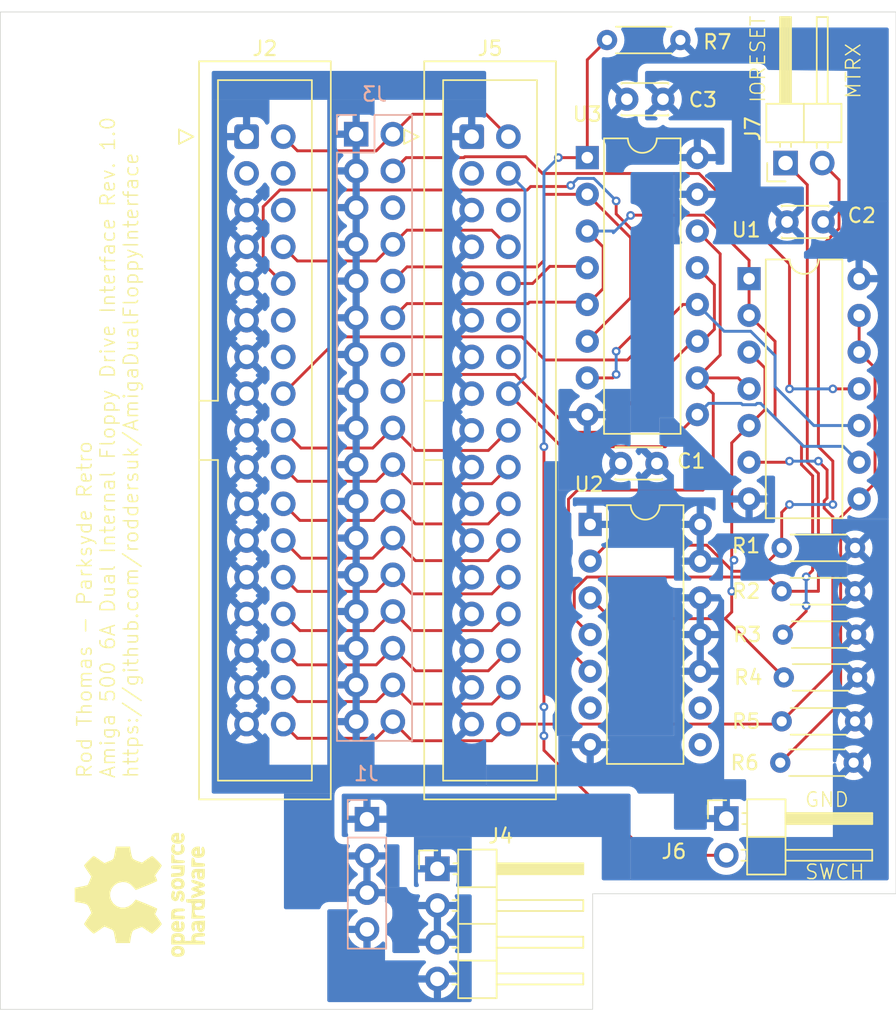
<source format=kicad_pcb>
(kicad_pcb (version 20240108) (generator "pcbnew") (generator_version "8.0")
  (title_block (title "${Title}") (date "2024-08-22") (rev "${Revision}") (company "${Company}") (comment 1 "${Name}") (comment 2 "${Github}"))
  (layers (0 "F.Cu" signal) (31 "B.Cu" signal) (34 "B.Paste" user) (35 "F.Paste" user) (36 "B.SilkS" user "B.Silkscreen") (37 "F.SilkS" user "F.Silkscreen") (38 "B.Mask" user) (39 "F.Mask" user) (44 "Edge.Cuts" user))
  (property "Company" "Parksyde Retro")
  (property "Github" "https://github.com/roddersuk/AmigaDualFloppyInterface")
  (property "Name" "Rod Thomas")
  (property "Revision" "1.0")
  (property "Title" "Amiga 500 6A Dual Internal Floppy Drive Interface")
  (net 0 "")
  (net 1 "GND")
  (net 2 "VCC")
  (net 3 "/+12V")
  (net 4 "~{SELB}")
  (net 5 "Net-(J2-Pin_32)")
  (net 6 "/~{MTRX}")
  (net 7 "~{RDY}")
  (net 8 "Net-(U2A-C)")
  (net 9 "Net-(J2-Pin_22)")
  (net 14 "Net-(J2-Pin_2)")
  (net 15 "Net-(J2-Pin_18)")
  (net 16 "Net-(J2-Pin_28)")
  (net 20 "Net-(J2-Pin_24)")
  (net 21 "Net-(J2-Pin_20)")
  (net 22 "Net-(J2-Pin_26)")
  (net 23 "~{MTRB}")
  (net 24 "Net-(J2-Pin_8)")
  (net 25 "Net-(J2-Pin_30)")
  (net 28 "~{SEL1}")
  (net 29 "~{SEL0}")
  (net 30 "~{INUSE}")
  (net 32 "~{MTR0}")
  (net 33 "~{MTRA}")
  (net 35 "~{SELA}")
  (net 39 "/SWCH")
  (net 40 "/~{IORESET}")
  (net 41 "Net-(R6-Pad2)")
  (net 42 "/~{MTR1}")
  (footprint "Resistor_THT:R_Axial_DIN0204_L3.6mm_D1.6mm_P5.08mm_Horizontal" (layer "F.Cu") (at 109.54 104 180)
    (property "Reference" "R1")
    (property "Value" "1k")
  )
  (footprint "MyFootprints:OSHW_logo" (layer "F.Cu") (at 60 128 90)
    (property "Reference" "OSHW" (hide yes))
    (property "Value" "LOGO" (hide yes))
  )
  (footprint "Capacitor_THT:C_Disc_D3.0mm_W2.0mm_P2.50mm" (layer "F.Cu") (at 95.82 98.155 180)
    (property "Reference" "C1")
    (property "Value" "100nF")
  )
  (footprint "Resistor_THT:R_Axial_DIN0204_L3.6mm_D1.6mm_P5.08mm_Horizontal" (layer "F.Cu") (at 109.54 107 180)
    (property "Reference" "R2")
    (property "Value" "1k")
  )
  (footprint "Capacitor_THT:C_Disc_D3.0mm_W2.0mm_P2.50mm" (layer "F.Cu") (at 93.740341 72.960682)
    (property "Reference" "C3")
    (property "Value" "100nF")
  )
  (footprint "Resistor_THT:R_Axial_DIN0204_L3.6mm_D1.6mm_P5.08mm_Horizontal" (layer "F.Cu") (at 109.440833 118.859662 180)
    (property "Reference" "R6")
    (property "Value" "1k")
  )
  (footprint "Capacitor_THT:C_Disc_D3.0mm_W2.0mm_P2.50mm" (layer "F.Cu") (at 107.33 81.45 180)
    (property "Reference" "C2")
    (property "Value" "100nF")
  )
  (footprint "Resistor_THT:R_Axial_DIN0204_L3.6mm_D1.6mm_P5.08mm_Horizontal" (layer "F.Cu") (at 97.447645 68.864709 180)
    (property "Reference" "R7")
    (property "Value" "1k")
  )
  (footprint "Package_DIP:DIP-16_W7.62mm" (layer "F.Cu") (at 91 77)
    (property "Reference" "U3")
    (property "Value" "74LS157")
  )
  (footprint "Connector_IDC:IDC-Header_2x17_P2.54mm_Vertical" (layer "F.Cu") (at 83 75.55)
    (property "Reference" "J5")
    (property "Value" "Floppy A")
  )
  (footprint "Package_DIP:DIP-14_W7.62mm" (layer "F.Cu") (at 102.2 85.375)
    (property "Reference" "U1")
    (property "Value" "74LS38")
  )
  (footprint "Resistor_THT:R_Axial_DIN0204_L3.6mm_D1.6mm_P5.08mm_Horizontal" (layer "F.Cu") (at 109.54 116 180)
    (property "Reference" "R5")
    (property "Value" "12k")
  )
  (footprint "Connector_PinHeader_2.54mm:PinHeader_1x02_P2.54mm_Horizontal" (layer "F.Cu") (at 104.725 77.375 90)
    (property "Reference" "J7")
    (property "Value" "Conn_01x02_Pin")
  )
  (footprint "Resistor_THT:R_Axial_DIN0204_L3.6mm_D1.6mm_P5.08mm_Horizontal" (layer "F.Cu") (at 109.62 110 180)
    (property "Reference" "R3")
    (property "Value" "1k")
  )
  (footprint "Package_DIP:DIP-14_W7.62mm" (layer "F.Cu") (at 91.2 102.375)
    (property "Reference" "U2")
    (property "Value" "74LS74")
  )
  (footprint "Connector_PinHeader_2.54mm:PinHeader_1x02_P2.54mm_Horizontal" (layer "F.Cu") (at 100.625 122.725)
    (property "Reference" "J6")
    (property "Value" "Conn_01x02_Pin")
  )
  (footprint "Connector_IDC:IDC-Header_2x17_P2.54mm_Vertical" (layer "F.Cu") (at 67.415 75.55)
    (property "Reference" "J2")
    (property "Value" "Floppy B")
  )
  (footprint "Connector_PinHeader_2.54mm:PinHeader_1x04_P2.54mm_Horizontal" (layer "F.Cu") (at 80.625 126.2)
    (property "Reference" "J4")
    (property "Value" "Floppy Power Out")
  )
  (footprint "Resistor_THT:R_Axial_DIN0204_L3.6mm_D1.6mm_P5.08mm_Horizontal" (layer "F.Cu") (at 109.685004 112.958867 180)
    (property "Reference" "R4")
    (property "Value" "1k")
  )
  (footprint "Connector_PinSocket_2.54mm:PinSocket_2x17_P2.54mm_Vertical" (layer "B.Cu") (at 75 75.38 180)
    (property "Reference" "J3")
    (property "Value" "Motherboard")
  )
  (footprint "Connector_PinSocket_2.54mm:PinSocket_1x04_P2.54mm_Vertical" (layer "B.Cu") (at 75.75 122.77 180)
    (property "Reference" "J1")
    (property "Value" "Floppy Power In")
  )
  (gr_poly (pts (xy 50.37 135.925) (xy 91.37 135.925) (xy 91.37 127.925) (xy 112.37 127.925) (xy 112.37 66.925) (xy 50.37 66.925)) (stroke (width 0.05)) (fill none) (layer "Edge.Cuts"))
  (gr_text "SWCH" (at 106 127 0) (layer "F.SilkS") (effects (font (size 1 1) (thickness 0.1)) (justify left bottom)))
  (gr_text "${Name} - ${Company}\n${Title} Rev. ${Revision}\n${Github}" (at 60 120 90) (layer "F.SilkS") (effects (font (size 1 1) (thickness 0.1)) (justify left bottom)))
  (gr_text "IORESET" (at 103.395 73.275 90) (layer "F.SilkS") (effects (font (size 1 1) (thickness 0.1)) (justify left bottom)))
  (gr_text "MTRX" (at 110 73 90) (layer "F.SilkS") (effects (font (size 1 1) (thickness 0.1)) (justify left bottom)))
  (gr_text "GND" (at 106 122 0) (layer "F.SilkS") (effects (font (size 1 1) (thickness 0.1)) (justify left bottom)))
  (segment (start 94.4 89) (end 93 90.4) (width 0.2) (layer "F.Cu") (net 4))
  (segment (start 86.84 79.24) (end 87.08 79) (width 0.2) (layer "F.Cu") (net 4))
  (segment (start 69.718654 79.24) (end 86.84 79.24) (width 0.2) (layer "F.Cu") (net 4))
  (segment (start 89.933816 79) (end 89.856121 78.922305) (width 0.2) (layer "F.Cu") (net 4))
  (segment (start 68.565 84.32) (end 68.565 80.393654) (width 0.2) (layer "F.Cu") (net 4))
  (segment (start 68.565 80.393654) (end 69.718654 79.24) (width 0.2) (layer "F.Cu") (net 4))
  (segment (start 93 92) (end 92.76 92.24) (width 0.2) (layer "F.Cu") (net 4))
  (segment (start 90 79) (end 89.933816 79) (width 0.2) (layer "F.Cu") (net 4))
  (segment (start 69.955 85.71) (end 68.565 84.32) (width 0.2) (layer "F.Cu") (net 4))
  (segment (start 93 80.895635) (end 94.4 82.295635) (width 0.2) (layer "F.Cu") (net 4))
  (segment (start 87.08 79) (end 90 79) (width 0.2) (layer "F.Cu") (net 4))
  (segment (start 93 80) (end 93 80.895635) (width 0.2) (layer "F.Cu") (net 4))
  (segment (start 92.76 92.24) (end 91 92.24) (width 0.2) (layer "F.Cu") (net 4))
  (segment (start 94.4 82.295635) (end 94.4 89) (width 0.2) (layer "F.Cu") (net 4))
  (via (at 93 90.4) (size 0.6) (drill 0.3) (layers "F.Cu" "B.Cu") (net 4))
  (via (at 93 80) (size 0.6) (drill 0.3) (layers "F.Cu" "B.Cu") (net 4))
  (via (at 93 92) (size 0.6) (drill 0.3) (layers "F.Cu" "B.Cu") (net 4))
  (via (at 89.856121 78.922305) (size 0.6) (drill 0.3) (layers "F.Cu" "B.Cu") (net 4))
  (segment (start 93 90.4) (end 93 92) (width 0.2) (layer "B.Cu") (net 4))
  (segment (start 93 79.984365) (end 93 80) (width 0.2) (layer "B.Cu") (net 4))
  (segment (start 90.338426 78.44) (end 91.455635 78.44) (width 0.2) (layer "B.Cu") (net 4))
  (segment (start 91.455635 78.44) (end 93 79.984365) (width 0.2) (layer "B.Cu") (net 4))
  (segment (start 89.856121 78.922305) (end 90.338426 78.44) (width 0.2) (layer "B.Cu") (net 4))
  (segment (start 70.935 114.63) (end 76.39 114.63) (width 0.2) (layer "F.Cu") (net 5))
  (segment (start 76.39 114.63) (end 77.54 113.48) (width 0.2) (layer "F.Cu") (net 5))
  (segment (start 78.86 114.8) (end 84.39 114.8) (width 0.2) (layer "F.Cu") (net 5))
  (segment (start 77.54 113.48) (end 78.86 114.8) (width 0.2) (layer "F.Cu") (net 5))
  (segment (start 69.955 113.65) (end 70.935 114.63) (width 0.2) (layer "F.Cu") (net 5))
  (segment (start 84.39 114.8) (end 85.54 113.65) (width 0.2) (layer "F.Cu") (net 5))
  (segment (start 104.46 101.54) (end 104.46 104) (width 0.2) (layer "F.Cu") (net 6))
  (segment (start 91.2 104.915) (end 92.3 103.815) (width 0.2) (layer "F.Cu") (net 6))
  (segment (start 107 83.335635) (end 108.43 81.905635) (width 0.2) (layer "F.Cu") (net 6))
  (segment (start 102.845 105.615) (end 104.46 104) (width 0.2) (layer "F.Cu") (net 6))
  (segment (start 108.43 81.905635) (end 108.43 78.54) (width 0.2) (layer "F.Cu") (net 6))
  (segment (start 101.075635 105.615) (end 102.845 105.615) (width 0.2) (layer "F.Cu") (net 6))
  (segment (start 92.3 103.815) (end 99.275635 103.815) (width 0.2) (layer "F.Cu") (net 6))
  (segment (start 107 97) (end 107 83.335635) (width 0.2) (layer "F.Cu") (net 6))
  (segment (start 108 98) (end 107 97) (width 0.2) (layer "F.Cu") (net 6))
  (segment (start 99.275635 103.815) (end 101.075635 105.615) (width 0.2) (layer "F.Cu") (net 6))
  (segment (start 108 101) (end 108 98) (width 0.2) (layer "F.Cu") (net 6))
  (segment (start 105 101) (end 104.46 101.54) (width 0.2) (layer "F.Cu") (net 6))
  (segment (start 108.43 78.54) (end 107.265 77.375) (width 0.2) (layer "F.Cu") (net 6))
  (via (at 108 101) (size 0.6) (drill 0.3) (layers "F.Cu" "B.Cu") (net 6))
  (via (at 105 101) (size 0.6) (drill 0.3) (layers "F.Cu" "B.Cu") (net 6))
  (segment (start 105 101) (end 108 101) (width 0.2) (layer "B.Cu") (net 6))
  (segment (start 105 98) (end 104.925 98.075) (width 0.2) (layer "F.Cu") (net 7))
  (segment (start 108 112.46) (end 104.46 116) (width 0.2) (layer "F.Cu") (net 7))
  (segment (start 104.46 116) (end 104 116) (width 0.2) (layer "F.Cu") (net 7))
  (segment (start 69.955 116.19) (end 70.935 117.17) (width 0.2) (layer "F.Cu") (net 7))
  (segment (start 84.39 117.34) (end 85.54 116.19) (width 0.2) (layer "F.Cu") (net 7))
  (segment (start 76.39 117.17) (end 77.54 116.02) (width 0.2) (layer "F.Cu") (net 7))
  (segment (start 77.54 116.02) (end 78.86 117.34) (width 0.2) (layer "F.Cu") (net 7))
  (segment (start 107.4 100.751471) (end 107.4 101.248529) (width 0.2) (layer "F.Cu") (net 7))
  (segment (start 107.4 101.248529) (end 108 101.848529) (width 0.2) (layer "F.Cu") (net 7))
  (segment (start 107.6 98.6) (end 107.6 100.551471) (width 0.2) (layer "F.Cu") (net 7))
  (segment (start 104.925 98.075) (end 102.2 98.075) (width 0.2) (layer "F.Cu") (net 7))
  (segment (start 108 101.848529) (end 108 112.46) (width 0.2) (layer "F.Cu") (net 7))
  (segment (start 70.935 117.17) (end 76.39 117.17) (width 0.2) (layer "F.Cu") (net 7))
  (segment (start 107 98) (end 107.6 98.6) (width 0.2) (layer "F.Cu") (net 7))
  (segment (start 104.27 116.19) (end 85.54 116.19) (width 0.2) (layer "F.Cu") (net 7))
  (segment (start 78.86 117.34) (end 84.39 117.34) (width 0.2) (layer "F.Cu") (net 7))
  (segment (start 107.6 100.551471) (end 107.4 100.751471) (width 0.2) (layer "F.Cu") (net 7))
  (segment (start 104.46 116) (end 104.27 116.19) (width 0.2) (layer "F.Cu") (net 7))
  (via (at 107 98) (size 0.6) (drill 0.3) (layers "F.Cu" "B.Cu") (net 7))
  (via (at 105 98) (size 0.6) (drill 0.3) (layers "F.Cu" "B.Cu") (net 7))
  (segment (start 105 98) (end 107 98) (width 0.2) (layer "B.Cu") (net 7))
  (segment (start 102.2 90.455) (end 103.3 91.555) (width 0.2) (layer "F.Cu") (net 8))
  (segment (start 101 104.690836) (end 101 96.735) (width 0.2) (layer "F.Cu") (net 8))
  (segment (start 101.154582 104.845418) (end 101 104.690836) (width 0.2) (layer "F.Cu") (net 8))
  (segment (start 101 107) (end 101 108.436137) (width 0.2) (layer "F.Cu") (net 8))
  (segment (start 91.2 107.455) (end 92.64 108.895) (width 0.2) (layer "F.Cu") (net 8))
  (segment (start 103.3 94.435) (end 102.2 95.535) (width 0.2) (layer "F.Cu") (net 8))
  (segment (start 101 96.735) (end 102.2 95.535) (width 0.2) (layer "F.Cu") (net 8))
  (segment (start 101 108.436137) (end 100.541137 108.895) (width 0.2) (layer "F.Cu") (net 8))
  (segment (start 103.3 91.555) (end 103.3 94.435) (width 0.2) (layer "F.Cu") (net 8))
  (segment (start 100.541137 108.895) (end 104.605004 112.958867) (width 0.2) (layer "F.Cu") (net 8))
  (segment (start 92.64 108.895) (end 100.541137 108.895) (width 0.2) (layer "F.Cu") (net 8))
  (via (at 101.154582 104.845418) (size 0.6) (drill 0.3) (layers "F.Cu" "B.Cu") (net 8))
  (via (at 101 107) (size 0.6) (drill 0.3) (layers "F.Cu" "B.Cu") (net 8))
  (segment (start 101 105) (end 101 107) (width 0.2) (layer "B.Cu") (net 8))
  (segment (start 101.154582 104.845418) (end 101 105) (width 0.2) (layer "B.Cu") (net 8))
  (segment (start 79.1 102.34) (end 84.15 102.34) (width 0.2) (layer "F.Cu") (net 9))
  (segment (start 84.15 102.34) (end 85.54 100.95) (width 0.2) (layer "F.Cu") (net 9))
  (segment (start 71.105 102.1) (end 76.22 102.1) (width 0.2) (layer "F.Cu") (net 9))
  (segment (start 69.955 100.95) (end 71.105 102.1) (width 0.2) (layer "F.Cu") (net 9))
  (segment (start 77.54 100.78) (end 79.1 102.34) (width 0.2) (layer "F.Cu") (net 9))
  (segment (start 76.22 102.1) (end 77.54 100.78) (width 0.2) (layer "F.Cu") (net 9))
  (segment (start 78.92 74) (end 83.99 74) (width 0.2) (layer "F.Cu") (net 14))
  (segment (start 83.99 74) (end 85.54 75.55) (width 0.2) (layer "F.Cu") (net 14))
  (segment (start 70.935 76.53) (end 76.39 76.53) (width 0.2) (layer "F.Cu") (net 14))
  (segment (start 76.39 76.53) (end 77.54 75.38) (width 0.2) (layer "F.Cu") (net 14))
  (segment (start 77.54 75.38) (end 78.92 74) (width 0.2) (layer "F.Cu") (net 14))
  (segment (start 69.955 75.55) (end 70.935 76.53) (width 0.2) (layer "F.Cu") (net 14))
  (segment (start 79.1 97.26) (end 84.15 97.26) (width 0.2) (layer "F.Cu") (net 15))
  (segment (start 76.15 97.09) (end 77.54 95.7) (width 0.2) (layer "F.Cu") (net 15))
  (segment (start 69.955 95.87) (end 71.175 97.09) (width 0.2) (layer "F.Cu") (net 15))
  (segment (start 77.54 95.7) (end 79.1 97.26) (width 0.2) (layer "F.Cu") (net 15))
  (segment (start 84.15 97.26) (end 85.54 95.87) (width 0.2) (layer "F.Cu") (net 15))
  (segment (start 71.175 97.09) (end 76.15 97.09) (width 0.2) (layer "F.Cu") (net 15))
  (segment (start 84.39 109.72) (end 85.54 108.57) (width 0.2) (layer "F.Cu") (net 16))
  (segment (start 71.105 109.72) (end 76.22 109.72) (width 0.2) (layer "F.Cu") (net 16))
  (segment (start 77.54 108.4) (end 78.86 109.72) (width 0.2) (layer "F.Cu") (net 16))
  (segment (start 69.955 108.57) (end 71.105 109.72) (width 0.2) (layer "F.Cu") (net 16))
  (segment (start 76.22 109.72) (end 77.54 108.4) (width 0.2) (layer "F.Cu") (net 16))
  (segment (start 78.86 109.72) (end 84.39 109.72) (width 0.2) (layer "F.Cu") (net 16))
  (segment (start 71.175 104.71) (end 76.15 104.71) (width 0.2) (layer "F.Cu") (net 20))
  (segment (start 69.955 103.49) (end 71.175 104.71) (width 0.2) (layer "F.Cu") (net 20))
  (segment (start 79.1 104.88) (end 84.15 104.88) (width 0.2) (layer "F.Cu") (net 20))
  (segment (start 84.15 104.88) (end 85.54 103.49) (width 0.2) (layer "F.Cu") (net 20))
  (segment (start 76.15 104.71) (end 77.54 103.32) (width 0.2) (layer "F.Cu") (net 20))
  (segment (start 77.54 103.32) (end 79.1 104.88) (width 0.2) (layer "F.Cu") (net 20))
  (segment (start 78.86 99.56) (end 84.39 99.56) (width 0.2) (layer "F.Cu") (net 21))
  (segment (start 84.39 99.56) (end 85.54 98.41) (width 0.2) (layer "F.Cu") (net 21))
  (segment (start 70.935 99.39) (end 76.39 99.39) (width 0.2) (layer "F.Cu") (net 21))
  (segment (start 69.955 98.41) (end 70.935 99.39) (width 0.2) (layer "F.Cu") (net 21))
  (segment (start 76.39 99.39) (end 77.54 98.24) (width 0.2) (layer "F.Cu") (net 21))
  (segment (start 77.54 98.24) (end 78.86 99.56) (width 0.2) (layer "F.Cu") (net 21))
  (segment (start 69.955 106.03) (end 70.935 107.01) (width 0.2) (layer "F.Cu") (net 22))
  (segment (start 78.86 107.18) (end 84.39 107.18) (width 0.2) (layer "F.Cu") (net 22))
  (segment (start 77.54 105.86) (end 78.86 107.18) (width 0.2) (layer "F.Cu") (net 22))
  (segment (start 84.39 107.18) (end 85.54 106.03) (width 0.2) (layer "F.Cu") (net 22))
  (segment (start 76.39 107.01) (end 77.54 105.86) (width 0.2) (layer "F.Cu") (net 22))
  (segment (start 70.935 107.01) (end 76.39 107.01) (width 0.2) (layer "F.Cu") (net 22))
  (segment (start 93.78 91) (end 97.62 87.16) (width 0.2) (layer "F.Cu") (net 23))
  (segment (start 69.955 93.33) (end 73.885 89.4) (width 0.2) (layer "F.Cu") (net 23))
  (segment (start 73.885 89.4) (end 86.463173 89.4) (width 0.2) (layer "F.Cu") (net 23))
  (segment (start 97.62 87.16) (end 98.62 87.16) (width 0.2) (layer "F.Cu") (net 23))
  (segment (start 88.063173 91) (end 93.78 91) (width 0.2) (layer "F.Cu") (net 23))
  (segment (start 86.463173 89.4) (end 88.063173 91) (width 0.2) (layer "F.Cu") (net 23))
  (segment (start 102.315635 89.015) (end 104 90.699365) (width 0.2) (layer "B.Cu") (net 23))
  (segment (start 104 92.848529) (end 106.686471 95.535) (width 0.2) (layer "B.Cu") (net 23))
  (segment (start 100.475 89.015) (end 102.315635 89.015) (width 0.2) (layer "B.Cu") (net 23))
  (segment (start 98.62 87.16) (end 100.475 89.015) (width 0.2) (layer "B.Cu") (net 23))
  (segment (start 104 90.699365) (end 104 92.848529) (width 0.2) (layer "B.Cu") (net 23))
  (segment (start 106.686471 95.535) (end 109.82 95.535) (width 0.2) (layer "B.Cu") (net 23))
  (segment (start 78.52 82.02) (end 84.39 82.02) (width 0.2) (layer "F.Cu") (net 24))
  (segment (start 69.955 83.17) (end 70.935 84.15) (width 0.2) (layer "F.Cu") (net 24))
  (segment (start 70.935 84.15) (end 76.39 84.15) (width 0.2) (layer "F.Cu") (net 24))
  (segment (start 76.39 84.15) (end 77.54 83) (width 0.2) (layer "F.Cu") (net 24))
  (segment (start 84.39 82.02) (end 85.54 83.17) (width 0.2) (layer "F.Cu") (net 24))
  (segment (start 77.54 83) (end 78.52 82.02) (width 0.2) (layer "F.Cu") (net 24))
  (segment (start 70.935 112.09) (end 76.39 112.09) (width 0.2) (layer "F.Cu") (net 25))
  (segment (start 79.1 112.5) (end 84.15 112.5) (width 0.2) (layer "F.Cu") (net 25))
  (segment (start 84.15 112.5) (end 85.54 111.11) (width 0.2) (layer "F.Cu") (net 25))
  (segment (start 77.54 110.94) (end 79.1 112.5) (width 0.2) (layer "F.Cu") (net 25))
  (segment (start 69.955 111.11) (end 70.935 112.09) (width 0.2) (layer "F.Cu") (net 25))
  (segment (start 76.39 112.09) (end 77.54 110.94) (width 0.2) (layer "F.Cu") (net 25))
  (segment (start 87 87) (end 90.84 87) (width 0.2) (layer "F.Cu") (net 28))
  (segment (start 106.6 105.554265) (end 106.6 99.014214) (width 0.2) (layer "F.Cu") (net 28))
  (segment (start 91 82.08) (end 92.1 83.18) (width 0.2) (layer "F.Cu") (net 28))
  (segment (start 92.1 83.18) (end 92.1 86.06) (width 0.2) (layer "F.Cu") (net 28))
  (segment (start 106.154265 108.385735) (end 104.54 110) (width 0.2) (layer "F.Cu") (net 28))
  (segment (start 78.52 87.1) (end 86.9 87.1) (width 0.2) (layer "F.Cu") (net 28))
  (segment (start 102.2 85.375) (end 102.2 87.915) (width 0.2) (layer "F.Cu") (net 28))
  (segment (start 77.54 88.08) (end 78.52 87.1) (width 0.2) (layer "F.Cu") (net 28))
  (segment (start 104 89.715) (end 102.2 87.915) (width 0.2) (layer "F.Cu") (net 28))
  (segment (start 106.154265 106) (end 106.6 105.554265) (width 0.2) (layer "F.Cu") (net 28))
  (segment (start 106.6 99.014214) (end 105.83 98.244214) (width 0.2) (layer "F.Cu") (net 28))
  (segment (start 94 81) (end 94.02 80.98) (width 0.2) (layer "F.Cu") (net 28))
  (segment (start 99.075635 80.98) (end 102.2 84.104365) (width 0.2) (layer "F.Cu") (net 28))
  (segment (start 102.2 84.104365) (end 102.2 85.375) (width 0.2) (layer "F.Cu") (net 28))
  (segment (start 94.02 80.98) (end 99.075635 80.98) (width 0.2) (layer "F.Cu") (net 28))
  (segment (start 104 95) (end 104 89.715) (width 0.2) (layer "F.Cu") (net 28))
  (segment (start 106.154265 108) (end 106.154265 108.385735) (width 0.2) (layer "F.Cu") (net 28))
  (segment (start 86.9 87.1) (end 87 87) (width 0.2) (layer "F.Cu") (net 28))
  (segment (start 105.83 96.83) (end 104 95) (width 0.2) (layer "F.Cu") (net 28))
  (segment (start 105.83 98.244214) (end 105.83 96.83) (width 0.2) (layer "F.Cu") (net 28))
  (segment (start 90.84 87) (end 91 87.16) (width 0.2) (layer "F.Cu") (net 28))
  (segment (start 92.1 86.06) (end 91 87.16) (width 0.2) (layer "F.Cu") (net 28))
  (via (at 94 81) (size 0.6) (drill 0.3) (layers "F.Cu" "B.Cu") (net 28))
  (via (at 106.154265 106) (size 0.6) (drill 0.3) (layers "F.Cu" "B.Cu") (net 28))
  (via (at 106.154265 108) (size 0.6) (drill 0.3) (layers "F.Cu" "B.Cu") (net 28))
  (segment (start 92.92 82.08) (end 91 82.08) (width 0.2) (layer "B.Cu") (net 28))
  (segment (start 94 81) (end 92.805735 82.194265) (width 0.2) (layer "B.Cu") (net 28))
  (segment (start 92.805735 82.194265) (end 92.92 82.08) (width 0.2) (layer "B.Cu") (net 28))
  (segment (start 106.154265 106) (end 106.154265 108) (width 0.2) (layer "B.Cu") (net 28))
  (segment (start 94 82.54) (end 94 86.7) (width 0.2) (layer "F.Cu") (net 29))
  (segment (start 91 79.54) (end 94 82.54) (width 0.2) (layer "F.Cu") (net 29))
  (segment (start 94 86.7) (end 91 89.7) (width 0.2) (layer "F.Cu") (net 29))
  (segment (start 77.54 85.54) (end 78.52 84.56) (width 0.2) (layer "F.Cu") (net 29))
  (segment (start 88 79.54) (end 91 79.54) (width 0.2) (layer "F.Cu") (net 29))
  (segment (start 87.56 84.56) (end 88 84.12) (width 0.2) (layer "F.Cu") (net 29))
  (segment (start 78.52 84.56) (end 87.56 84.56) (width 0.2) (layer "F.Cu") (net 29))
  (segment (start 88 84.12) (end 88 79.54) (width 0.2) (layer "F.Cu") (net 29))
  (segment (start 82.523654 76.94) (end 86.74 76.94) (width 0.2) (layer "F.Cu") (net 30))
  (segment (start 98.735635 78.1) (end 105 84.364365) (width 0.2) (layer "F.Cu") (net 30))
  (segment (start 109.815 93) (end 109.82 92.995) (width 0.2) (layer "F.Cu") (net 30))
  (segment (start 78.46 77) (end 82.463654 77) (width 0.2) (layer "F.Cu") (net 30))
  (segment (start 105 84.364365) (end 105 93) (width 0.2) (layer "F.Cu") (net 30))
  (segment (start 82.463654 77) (end 82.523654 76.94) (width 0.2) (layer "F.Cu") (net 30))
  (segment (start 86.74 76.94) (end 87.9 78.1) (width 0.2) (layer "F.Cu") (net 30))
  (segment (start 87.9 78.1) (end 98.735635 78.1) (width 0.2) (layer "F.Cu") (net 30))
  (segment (start 77.54 77.92) (end 78.46 77) (width 0.2) (layer "F.Cu") (net 30))
  (segment (start 108 93) (end 109.815 93) (width 0.2) (layer "F.Cu") (net 30))
  (via (at 108 93) (size 0.6) (drill 0.3) (layers "F.Cu" "B.Cu") (net 30))
  (via (at 105 93) (size 0.6) (drill 0.3) (layers "F.Cu" "B.Cu") (net 30))
  (segment (start 105 93) (end 108 93) (width 0.2) (layer "B.Cu") (net 30))
  (segment (start 89.9 95.9) (end 89.9 96) (width 0.2) (layer "F.Cu") (net 32))
  (segment (start 78.7 92) (end 86 92) (width 0.2) (layer "F.Cu") (net 32))
  (segment (start 77.54 93.16) (end 78.7 92) (width 0.2) (layer "F.Cu") (net 32))
  (segment (start 86 92) (end 89.9 95.9) (width 0.2) (layer "F.Cu") (net 32))
  (segment (start 89.9 96) (end 92 96) (width 0.2) (layer "F.Cu") (net 32))
  (segment (start 99.8 88.875) (end 98.975 89.7) (width 0.2) (layer "F.Cu") (net 32))
  (segment (start 92 96) (end 98.3 89.7) (width 0.2) (layer "F.Cu") (net 32))
  (segment (start 98.62 84.62) (end 99.8 85.8) (width 0.2) (layer "F.Cu") (net 32))
  (segment (start 98.975 89.7) (end 98.62 89.7) (width 0.2) (layer "F.Cu") (net 32))
  (segment (start 99.8 85.8) (end 99.8 88.875) (width 0.2) (layer "F.Cu") (net 32))
  (segment (start 98.3 89.7) (end 98.62 89.7) (width 0.2) (layer "F.Cu") (net 32))
  (segment (start 85.54 93.33) (end 89.21 97) (width 0.2) (layer "F.Cu") (net 33))
  (segment (start 96.4 97) (end 98.62 94.78) (width 0.2) (layer "F.Cu") (net 33))
  (segment (start 89.21 97) (end 96.4 97) (width 0.2) (layer "F.Cu") (net 33))
  (segment (start 101.649365 94) (end 101.744365 94.095) (width 0.2) (layer "B.Cu") (net 33))
  (segment (start 85.54 78.09) (end 86.69 79.24) (width 0.2) (layer "B.Cu") (net 33))
  (segment (start 103 94) (end 105.975 96.975) (width 0.2) (layer "B.Cu") (net 33))
  (segment (start 86.69 79.24) (end 86.69 92.18) (width 0.2) (layer "B.Cu") (net 33))
  (segment (start 101.744365 94.095) (end 102.655635 94.095) (width 0.2) (layer "B.Cu") (net 33))
  (segment (start 99.4 94) (end 101.649365 94) (width 0.2) (layer "B.Cu") (net 33))
  (segment (start 102.655635 94.095) (end 102.750635 94) (width 0.2) (layer "B.Cu") (net 33))
  (segment (start 98.62 94.78) (end 99.4 94) (width 0.2) (layer "B.Cu") (net 33))
  (segment (start 102.750635 94) (end 103 94) (width 0.2) (layer "B.Cu") (net 33))
  (segment (start 86.69 92.18) (end 85.54 93.33) (width 0.2) (layer "B.Cu") (net 33))
  (segment (start 105.975 96.975) (end 108.72 96.975) (width 0.2) (layer "B.Cu") (net 33))
  (segment (start 108.72 96.975) (end 109.82 98.075) (width 0.2) (layer "B.Cu") (net 33))
  (segment (start 88.4 84.526359) (end 90.906359 84.526359) (width 0.2) (layer "F.Cu") (net 35))
  (segment (start 85.54 85.71) (end 87.216359 85.71) (width 0.2) (layer "F.Cu") (net 35))
  (segment (start 87.216359 85.71) (end 88.4 84.526359) (width 0.2) (layer "F.Cu") (net 35))
  (segment (start 90.906359 84.526359) (end 91 84.62) (width 0.2) (layer "F.Cu") (net 35))
  (segment (start 88 118) (end 95.265 125.265) (width 0.2) (layer "F.Cu") (net 39))
  (segment (start 91 77) (end 91 70.232354) (width 0.2) (layer "F.Cu") (net 39))
  (segment (start 88 115) (end 88 97) (width 0.2) (layer "F.Cu") (net 39))
  (segment (start 91 70.232354) (end 92.367645 68.864709) (width 0.2) (layer "F.Cu") (net 39))
  (segment (start 95.265 125.265) (end 100.625 125.265) (width 0.2) (layer "F.Cu") (net 39))
  (segment (start 91 77) (end 89 77) (width 0.2) (layer "F.Cu") (net 39))
  (segment (start 88 117) (end 88 118) (width 0.2) (layer "F.Cu") (net 39))
  (via (at 89 77) (size 0.6) (drill 0.3) (layers "F.Cu" "B.Cu") (net 39))
  (via (at 88 117) (size 0.6) (drill 0.3) (layers "F.Cu" "B.Cu") (net 39))
  (via (at 88 115) (size 0.6) (drill 0.3) (layers "F.Cu" "B.Cu") (net 39))
  (via (at 88 97) (size 0.6) (drill 0.3) (layers "F.Cu" "B.Cu") (net 39))
  (segment (start 88 78) (end 89 77) (width 0.2) (layer "B.Cu") (net 39))
  (segment (start 88 97) (end 88 78) (width 0.2) (layer "B.Cu") (net 39))
  (segment (start 88 117) (end 88 115) (width 0.2) (layer "B.Cu") (net 39))
  (segment (start 106.23 98.078529) (end 106.23 78.88) (width 0.2) (layer "F.Cu") (net 40))
  (segment (start 107 107) (end 107 98.848529) (width 0.2) (layer "F.Cu") (net 40))
  (segment (start 103.475 106.015) (end 104.46 107) (width 0.2) (layer "F.Cu") (net 40))
  (segment (start 90.1 106.9) (end 90.985 106.015) (width 0.2) (layer "F.Cu") (net 40))
  (segment (start 107 98.848529) (end 106.23 98.078529) (width 0.2) (layer "F.Cu") (net 40))
  (segment (start 104.46 107) (end 107 107) (width 0.2) (layer "F.Cu") (net 40))
  (segment (start 90.985 106.015) (end 103.475 106.015) (width 0.2) (layer "F.Cu") (net 40))
  (segment (start 91.2 109.995) (end 90.1 108.895) (width 0.2) (layer "F.Cu") (net 40))
  (segment (start 106.23 78.88) (end 104.725 77.375) (width 0.2) (layer "F.Cu") (net 40))
  (segment (start 90.1 108.895) (end 90.1 106.9) (width 0.2) (layer "F.Cu") (net 40))
  (segment (start 104.360833 118.859662) (end 108.54 114.680495) (width 0.2) (layer "F.Cu") (net 41))
  (segment (start 110.92 91.555) (end 110.92 99.515) (width 0.2) (layer "F.Cu") (net 41))
  (segment (start 108.54 101.895) (end 109.82 100.615) (width 0.2) (layer "F.Cu") (net 41))
  (segment (start 108.54 114.680495) (end 108.54 101.895) (width 0.2) (layer "F.Cu") (net 41))
  (segment (start 110.92 99.515) (end 109.82 100.615) (width 0.2) (layer "F.Cu") (net 41))
  (segment (start 109.82 90.455) (end 110.92 91.555) (width 0.2) (layer "F.Cu") (net 41))
  (segment (start 109.82 87.915) (end 109.82 90.455) (width 0.2) (layer "F.Cu") (net 41))
  (segment (start 89.7 111.035) (end 91.2 112.535) (width 0.2) (layer "F.Cu") (net 42))
  (segment (start 90.327715 100) (end 89.7 100.627715) (width 0.2) (layer "F.Cu") (net 42))
  (segment (start 99 100) (end 90.327715 100) (width 0.2) (layer "F.Cu") (net 42))
  (segment (start 100.2 83.66) (end 100.2 90.66) (width 0.2) (layer "F.Cu") (net 42))
  (segment (start 101.445 92.24) (end 102.2 92.995) (width 0.2) (layer "F.Cu") (net 42))
  (segment (start 98.62 82.08) (end 100.2 83.66) (width 0.2) (layer "F.Cu") (net 42))
  (segment (start 98.62 92.24) (end 99.72 93.34) (width 0.2) (layer "F.Cu") (net 42))
  (segment (start 89.7 100.627715) (end 89.7 111.035) (width 0.2) (layer "F.Cu") (net 42))
  (segment (start 99.72 93.34) (end 99.72 99.28) (width 0.2) (layer "F.Cu") (net 42))
  (segment (start 100.2 90.66) (end 98.62 92.24) (width 0.2) (layer "F.Cu") (net 42))
  (segment (start 99.72 99.28) (end 99 100) (width 0.2) (layer "F.Cu") (net 42))
  (segment (start 98.62 92.24) (end 101.445 92.24) (width 0.2) (layer "F.Cu") (net 42))
  (zone (net 2) (net_name "VCC") (layer "B.Cu") (priority 14) (connect_pads (clearance 0.5)) (min_thickness 0.25) (fill yes (thermal_gap 0.5) (thermal_bridge_width 0.5))
    (polygon (pts (xy 74 121) (xy 74 124) (xy 92 124) (xy 92 127) (xy 94 127) (xy 94 121)))
  )
  (zone (net 2) (net_name "VCC") (layer "B.Cu") (priority 2) (connect_pads (clearance 0.5)) (min_thickness 0.25) (fill yes (thermal_gap 0.5) (thermal_bridge_width 0.5))
    (polygon (pts (xy 97 101) (xy 97 97) (xy 94 97) (xy 94 101)))
  )
  (zone (net 2) (net_name "VCC") (layer "B.Cu") (priority 6) (connect_pads (clearance 0.5)) (min_thickness 0.25) (fill yes (thermal_gap 0.5) (thermal_bridge_width 0.5))
    (polygon (pts (xy 90 100) (xy 100 100) (xy 100 103) (xy 109 103) (xy 109 106) (xy 104 106) (xy 103.475398 106.268494) (xy 97 106.268494) (xy 97 104) (xy 90 104)))
  )
  (zone (net 2) (net_name "VCC") (layer "B.Cu") (priority 16) (connect_pads (clearance 0.5)) (min_thickness 0.25) (fill yes (thermal_gap 0.5) (thermal_bridge_width 0.5))
    (polygon (pts (xy 79 124) (xy 79 127.463694) (xy 83 127.463694) (xy 83 124)))
  )
  (zone (net 1) (net_name "GND") (layer "B.Cu") (priority 11) (connect_pads (clearance 0.5)) (min_thickness 0.25) (fill yes (thermal_gap 0.5) (thermal_bridge_width 0.5))
    (polygon (pts (xy 104 102.276717) (xy 104 99) (xy 101 99) (xy 97 95) (xy 96 95) (xy 96 97) (xy 97.642217 97) (xy 97.642217 100) (xy 98 100) (xy 100.389139 100) (xy 100.389139 102.276717)))
  )
  (zone (net 1) (net_name "GND") (layer "B.Cu") (priority 15) (connect_pads (clearance 0.5)) (min_thickness 0.25) (fill yes (thermal_gap 0.5) (thermal_bridge_width 0.5))
    (polygon (pts (xy 77 132.536306) (xy 83 132.536306) (xy 83 127.463694) (xy 77 127.463694)))
  )
  (zone (net 1) (net_name "GND") (layer "B.Cu") (priority 9) (connect_pads (clearance 0.5)) (min_thickness 0.25) (fill yes (thermal_gap 0.5) (thermal_bridge_width 0.5))
    (polygon (pts (xy 97 96) (xy 94 96) (xy 94 78) (xy 97 78)))
  )
  (zone (net 2) (net_name "VCC") (layer "B.Cu") (priority 7) (connect_pads (clearance 0.5)) (min_thickness 0.25) (fill yes (thermal_gap 0.5) (thermal_bridge_width 0.5))
    (polygon (pts (xy 112 102) (xy 112 80) (xy 106 80) (xy 106 84) (xy 109 84) (xy 109 102)))
  )
  (zone (net 2) (net_name "VCC") (layer "B.Cu") (priority 4) (connect_pads (clearance 0.5)) (min_thickness 0.25) (fill yes (thermal_gap 0.5) (thermal_bridge_width 0.5))
    (polygon (pts (xy 94 124) (xy 108 124) (xy 108 102) (xy 112 102) (xy 112 122) (xy 112 127) (xy 94 127)))
  )
  (zone (net 2) (net_name "VCC") (layer "B.Cu") (priority 5) (connect_pads (clearance 0.5)) (min_thickness 0.25) (fill yes (thermal_gap 0.5) (thermal_bridge_width 0.5))
    (polygon (pts (xy 95.006316 74.707537) (xy 100.737661 74.749897) (xy 100.737372 78.262628) (xy 92 78) (xy 92 70) (xy 92 68) (xy 112 68) (xy 112 80) (xy 109 80) (xy 109 71) (xy 95.089836 70.839836)))
  )
  (zone (net 1) (net_name "GND") (layer "B.Cu") (priority 10) (connect_pads (clearance 0.5)) (min_thickness 0.25) (fill yes (thermal_gap 0.5) (thermal_bridge_width 0.5))
    (polygon (pts (xy 94 93) (xy 94 100) (xy 89 100) (xy 89 93)))
  )
  (zone (net 1) (net_name "GND") (layer "B.Cu") (connect_pads (clearance 0.5)) (min_thickness 0.25) (fill yes (thermal_gap 0.5) (thermal_bridge_width 0.5))
    (polygon (pts (xy 84 121) (xy 97 121) (xy 97 124) (xy 102 124) (xy 102 120) (xy 101 120) (xy 100.475398 120) (xy 100.475398 106.268494) (xy 97 106.268494) (xy 97 116) (xy 90 116) (xy 89 117) (xy 89 119) (xy 84 119)))
  )
  (zone (net 1) (net_name "GND") (layer "B.Cu") (priority 8) (connect_pads (clearance 0.5)) (min_thickness 0.25) (fill yes (thermal_gap 0.5) (thermal_bridge_width 0.5))
    (polygon (pts (xy 95 74.422642) (xy 95 71) (xy 103 71) (xy 103 79) (xy 106 79) (xy 106 83) (xy 97 83) (xy 97 78) (xy 101 78) (xy 101 74.422642)))
  )
  (zone (net 3) (net_name "/+12V") (layer "B.Cu") (priority 17) (connect_pads (clearance 0.5)) (min_thickness 0.25) (fill yes (thermal_gap 0.5) (thermal_bridge_width 0.5))
    (polygon (pts (xy 73 129) (xy 77 129) (xy 77 132.536306) (xy 83 132.536306) (xy 83 136) (xy 73 136)))
  )
  (zone (net 1) (net_name "GND") (layer "B.Cu") (priority 13) (connect_pads (clearance 0.5)) (min_thickness 0.25) (fill yes (thermal_gap 0.5) (thermal_bridge_width 0.5))
    (polygon (pts (xy 70 121) (xy 70 129) (xy 78 129) (xy 78 124) (xy 74 124) (xy 74 121)))
  )
  (zone (net 1) (net_name "GND") (layer "B.Cu") (priority 1) (connect_pads (clearance 0.5)) (min_thickness 0.25) (fill yes (thermal_gap 0.5) (thermal_bridge_width 0.5))
    (polygon (pts (xy 65 121) (xy 65 73) (xy 69 73) (xy 69 119) (xy 73 119) (xy 73 73) (xy 76.274089 73) (xy 76.274089 119) (xy 81 119) (xy 81 73) (xy 84 73) (xy 84 121)))
  )
  (zone (net 1) (net_name "GND") (layer "B.Cu") (priority 3) (connect_pads (clearance 0.5)) (min_thickness 0.25) (fill yes (thermal_gap 0.5) (thermal_bridge_width 0.5))
    (polygon (pts (xy 90 98) (xy 88 98) (xy 88 117) (xy 97 117) (xy 97 106) (xy 90 106)))
  )
  (zone (net 1) (net_name "GND") (layer "B.Cu") (priority 12) (connect_pads (clearance 0.5)) (min_thickness 0.25) (fill yes (thermal_gap 0.5) (thermal_bridge_width 0.5))
    (polygon (pts (xy 84 73) (xy 84 71) (xy 65 71) (xy 65 73)))
  )
)
</source>
